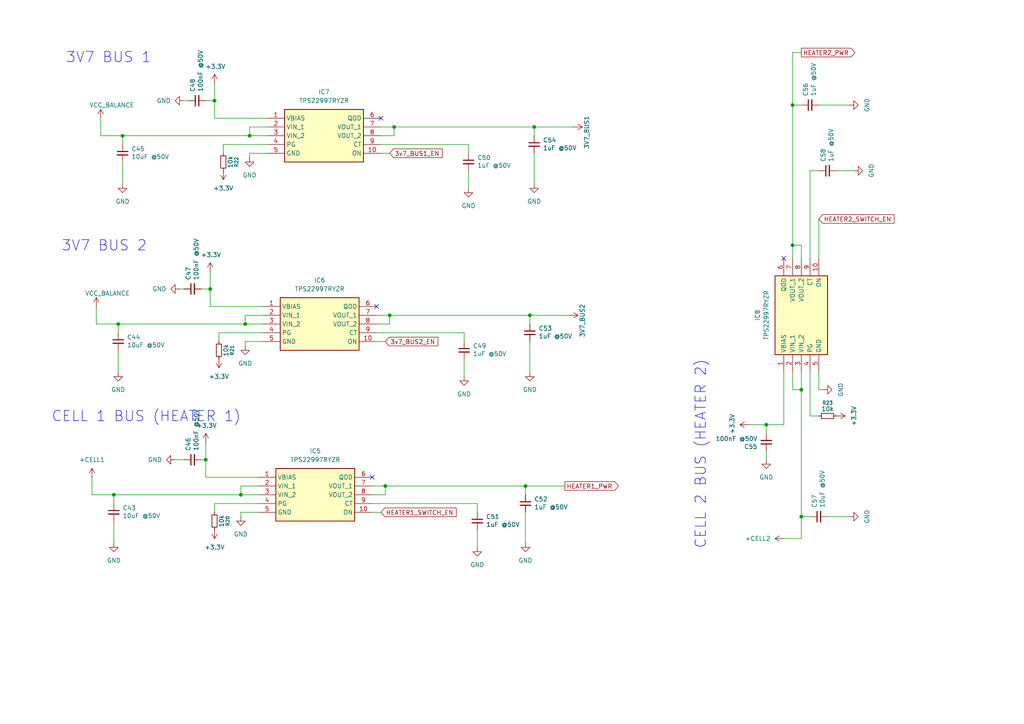
<source format=kicad_sch>
(kicad_sch (version 20250114) (generator "eeschema") (generator_version "9.0")
  (paper "A4")
  (lib_symbols
    (symbol "Device:C_Small" (pin_numbers (hide yes)) (pin_names (offset 0.254) (hide yes))
      (property "Reference" "C" (at 0.254 1.778 0))
      (property "Value" "C_Small" (at 0.254 -2.032 0))
      (symbol "C_Small_0_1"
        (polyline (pts (xy -1.524 0.508) (xy 1.524 0.508)) (stroke (width 0.3048)))
        (polyline (pts (xy -1.524 -0.508) (xy 1.524 -0.508)) (stroke (width 0.3302)))
      )
      (symbol "C_Small_1_1"
        (pin passive line (at 0 2.54 270) (length 2.032) (name "~") (number "1"))
        (pin passive line (at 0 -2.54 90) (length 2.032) (name "~") (number "2"))
      )
    )
    (symbol "Device:R_Small" (pin_numbers (hide yes)) (pin_names (offset 0.254) (hide yes))
      (property "Reference" "R" (at 0 0 90))
      (property "Value" "R_Small" (at 1.778 0 90))
      (symbol "R_Small_0_1"
        (rectangle (start -0.762 1.778) (end 0.762 -1.778) (stroke (width 0.2032)))
      )
      (symbol "R_Small_1_1"
        (pin passive line (at 0 2.54 270) (length 0.762) (name "~") (number "1"))
        (pin passive line (at 0 -2.54 90) (length 0.762) (name "~") (number "2"))
      )
    )
    (symbol "power:+3.3V" (power) (pin_numbers (hide yes)) (pin_names (offset 0) (hide yes))
      (property "Value" "+3.3V" (at 0 3.556 0))
      (symbol "+3.3V_0_1"
        (polyline (pts (xy -0.762 1.27) (xy 0 2.54)))
        (polyline (pts (xy 0 2.54) (xy 0.762 1.27)))
        (polyline (pts (xy 0 0) (xy 0 2.54)))
      )
      (symbol "+3.3V_1_1"
        (pin power_in line (at 0 0 90) (length 0) (name "~") (number "1"))
      )
    )
    (symbol "power:+BATT" (power) (pin_numbers (hide yes)) (pin_names (offset 0) (hide yes))
      (property "Value" "+BATT" (at 0 3.556 0))
      (symbol "+BATT_0_1"
        (polyline (pts (xy -0.762 1.27) (xy 0 2.54)))
        (polyline (pts (xy 0 2.54) (xy 0.762 1.27)))
        (polyline (pts (xy 0 0) (xy 0 2.54)))
      )
      (symbol "+BATT_1_1"
        (pin power_in line (at 0 0 90) (length 0) (name "~") (number "1"))
      )
    )
    (symbol "power:GND1" (power) (pin_numbers (hide yes)) (pin_names (offset 0) (hide yes))
      (property "Value" "GND1" (at 0 -3.81 0))
      (symbol "GND1_0_1"
        (polyline (pts (xy 0 0) (xy 0 -1.27) (xy 1.27 -1.27) (xy 0 -2.54) (xy -1.27 -1.27) (xy 0 -1.27)))
      )
      (symbol "GND1_1_1"
        (pin power_in line (at 0 0 270) (length 0) (name "~") (number "1"))
      )
    )
    (symbol "power:VCC" (power) (pin_numbers (hide yes)) (pin_names (offset 0) (hide yes))
      (property "Value" "VCC" (at 0 3.556 0))
      (symbol "VCC_0_1"
        (polyline (pts (xy -0.762 1.27) (xy 0 2.54)))
        (polyline (pts (xy 0 2.54) (xy 0.762 1.27)))
        (polyline (pts (xy 0 0) (xy 0 2.54)))
      )
      (symbol "VCC_1_1"
        (pin power_in line (at 0 0 90) (length 0) (name "~") (number "1"))
      )
    )
    (symbol "samac_sys:TPS22997RYZR"
      (property "Reference" "IC" (at 29.21 7.62 0))
      (property "Value" "TPS22997RYZR" (at 29.21 5.08 0))
      (symbol "TPS22997RYZR_1_1"
        (rectangle (start 5.08 2.54) (end 27.94 -12.7) (stroke (width 0.254)) (fill (type background)))
        (pin passive line (at 0 0 0) (length 5.08) (name "VBIAS") (number "1"))
        (pin passive line (at 0 -2.54 0) (length 5.08) (name "VIN_1") (number "2"))
        (pin passive line (at 0 -5.08 0) (length 5.08) (name "VIN_2") (number "3"))
        (pin passive line (at 0 -7.62 0) (length 5.08) (name "PG") (number "4"))
        (pin passive line (at 0 -10.16 0) (length 5.08) (name "GND") (number "5"))
        (pin passive line (at 33.02 0 180) (length 5.08) (name "QOD") (number "6"))
        (pin passive line (at 33.02 -2.54 180) (length 5.08) (name "VOUT_1") (number "7"))
        (pin passive line (at 33.02 -5.08 180) (length 5.08) (name "VOUT_2") (number "8"))
        (pin passive line (at 33.02 -7.62 180) (length 5.08) (name "CT") (number "9"))
        (pin passive line (at 33.02 -10.16 180) (length 5.08) (name "ON") (number "10"))
      )
    )
  )
  (text "3V7 BUS 2\n" (at 30.226 71.374 0) (effects (font (size 3 3))))
  (text "CELL 2 BUS (HEATER 2)\n" (at 203.2 131.826 90) (effects (font (size 3 3))))
  (text "CELL 1 BUS (HEATER 1)" (at 42.418 120.904 0) (effects (font (size 3 3))))
  (text "3V7 BUS 1" (at 31.496 16.764 0) (effects (font (size 3 3))))
  (junction (at 72.39 39.37))
  (junction (at 59.69 133.35))
  (junction (at 153.67 91.44))
  (junction (at 113.03 91.44))
  (junction (at 229.87 71.12))
  (junction (at 35.56 39.37))
  (junction (at 229.87 30.48))
  (junction (at 114.3 36.83))
  (junction (at 154.94 36.83))
  (junction (at 33.02 143.51))
  (junction (at 71.12 93.98))
  (junction (at 69.85 143.51))
  (junction (at 152.4 140.97))
  (junction (at 34.29 93.98))
  (junction (at 222.25 123.19))
  (junction (at 232.41 149.86))
  (junction (at 60.96 83.82))
  (junction (at 111.76 140.97))
  (junction (at 62.23 29.21))
  (junction (at 232.41 113.03))
  (no_connect (at 107.95 138.43))
  (no_connect (at 110.49 34.29))
  (no_connect (at 109.22 88.9))
  (no_connect (at 227.33 74.93))
  (wire (pts (xy 232.41 15.24) (xy 229.87 15.24)))
  (wire (pts (xy 222.25 130.81) (xy 222.25 133.35)))
  (wire (pts (xy 229.87 74.93) (xy 229.87 71.12)))
  (wire (pts (xy 110.49 44.45) (xy 113.03 44.45)))
  (wire (pts (xy 71.12 99.06) (xy 71.12 100.33)))
  (wire (pts (xy 111.76 140.97) (xy 111.76 143.51)))
  (wire (pts (xy 29.21 39.37) (xy 35.56 39.37)))
  (wire (pts (xy 72.39 44.45) (xy 72.39 45.72)))
  (wire (pts (xy 62.23 29.21) (xy 62.23 34.29)))
  (wire (pts (xy 237.49 107.95) (xy 237.49 113.03)))
  (wire (pts (xy 107.95 146.05) (xy 138.43 146.05)))
  (wire (pts (xy 77.47 36.83) (xy 72.39 36.83)))
  (wire (pts (xy 72.39 36.83) (xy 72.39 39.37)))
  (wire (pts (xy 135.89 49.53) (xy 135.89 54.61)))
  (wire (pts (xy 134.62 104.14) (xy 134.62 109.22)))
  (wire (pts (xy 237.49 30.48) (xy 246.38 30.48)))
  (wire (pts (xy 62.23 146.05) (xy 62.23 148.59)))
  (wire (pts (xy 217.17 123.19) (xy 222.25 123.19)))
  (wire (pts (xy 227.33 123.19) (xy 227.33 107.95)))
  (wire (pts (xy 34.29 93.98) (xy 71.12 93.98)))
  (wire (pts (xy 60.96 83.82) (xy 60.96 88.9)))
  (wire (pts (xy 229.87 30.48) (xy 232.41 30.48)))
  (wire (pts (xy 52.07 83.82) (xy 53.34 83.82)))
  (wire (pts (xy 229.87 107.95) (xy 229.87 113.03)))
  (wire (pts (xy 35.56 39.37) (xy 72.39 39.37)))
  (wire (pts (xy 134.62 96.52) (xy 134.62 99.06)))
  (wire (pts (xy 62.23 24.13) (xy 62.23 29.21)))
  (wire (pts (xy 234.95 120.65) (xy 237.49 120.65)))
  (wire (pts (xy 64.77 41.91) (xy 77.47 41.91)))
  (wire (pts (xy 77.47 44.45) (xy 72.39 44.45)))
  (wire (pts (xy 229.87 71.12) (xy 232.41 71.12)))
  (wire (pts (xy 154.94 36.83) (xy 154.94 39.37)))
  (wire (pts (xy 113.03 91.44) (xy 113.03 93.98)))
  (wire (pts (xy 114.3 39.37) (xy 110.49 39.37)))
  (wire (pts (xy 50.8 133.35) (xy 53.34 133.35)))
  (wire (pts (xy 76.2 91.44) (xy 71.12 91.44)))
  (wire (pts (xy 240.03 149.86) (xy 246.38 149.86)))
  (wire (pts (xy 113.03 93.98) (xy 109.22 93.98)))
  (wire (pts (xy 232.41 113.03) (xy 232.41 107.95)))
  (wire (pts (xy 58.42 133.35) (xy 59.69 133.35)))
  (wire (pts (xy 76.2 99.06) (xy 71.12 99.06)))
  (wire (pts (xy 69.85 148.59) (xy 69.85 149.86)))
  (wire (pts (xy 34.29 96.52) (xy 34.29 93.98)))
  (wire (pts (xy 222.25 123.19) (xy 227.33 123.19)))
  (wire (pts (xy 154.94 44.45) (xy 154.94 53.34)))
  (wire (pts (xy 33.02 143.51) (xy 69.85 143.51)))
  (wire (pts (xy 27.94 88.9) (xy 27.94 93.98)))
  (wire (pts (xy 63.5 96.52) (xy 76.2 96.52)))
  (wire (pts (xy 62.23 146.05) (xy 74.93 146.05)))
  (wire (pts (xy 232.41 156.21) (xy 232.41 149.86)))
  (wire (pts (xy 113.03 91.44) (xy 153.67 91.44)))
  (wire (pts (xy 59.69 29.21) (xy 62.23 29.21)))
  (wire (pts (xy 152.4 140.97) (xy 152.4 143.51)))
  (wire (pts (xy 62.23 34.29) (xy 77.47 34.29)))
  (wire (pts (xy 35.56 46.99) (xy 35.56 53.34)))
  (wire (pts (xy 232.41 71.12) (xy 232.41 74.93)))
  (wire (pts (xy 152.4 148.59) (xy 152.4 157.48)))
  (wire (pts (xy 33.02 146.05) (xy 33.02 143.51)))
  (wire (pts (xy 59.69 138.43) (xy 74.93 138.43)))
  (wire (pts (xy 109.22 96.52) (xy 134.62 96.52)))
  (wire (pts (xy 59.69 133.35) (xy 59.69 138.43)))
  (wire (pts (xy 29.21 34.29) (xy 29.21 39.37)))
  (wire (pts (xy 114.3 36.83) (xy 114.3 39.37)))
  (wire (pts (xy 109.22 99.06) (xy 111.76 99.06)))
  (wire (pts (xy 63.5 96.52) (xy 63.5 99.06)))
  (wire (pts (xy 69.85 143.51) (xy 74.93 143.51)))
  (wire (pts (xy 237.49 113.03) (xy 238.76 113.03)))
  (wire (pts (xy 109.22 91.44) (xy 113.03 91.44)))
  (wire (pts (xy 74.93 148.59) (xy 69.85 148.59)))
  (wire (pts (xy 111.76 143.51) (xy 107.95 143.51)))
  (wire (pts (xy 72.39 39.37) (xy 77.47 39.37)))
  (wire (pts (xy 35.56 41.91) (xy 35.56 39.37)))
  (wire (pts (xy 59.69 128.27) (xy 59.69 133.35)))
  (wire (pts (xy 227.33 156.21) (xy 232.41 156.21)))
  (wire (pts (xy 110.49 41.91) (xy 135.89 41.91)))
  (wire (pts (xy 53.34 29.21) (xy 54.61 29.21)))
  (wire (pts (xy 154.94 36.83) (xy 166.37 36.83)))
  (wire (pts (xy 27.94 93.98) (xy 34.29 93.98)))
  (wire (pts (xy 135.89 41.91) (xy 135.89 44.45)))
  (wire (pts (xy 237.49 63.5) (xy 237.49 74.93)))
  (wire (pts (xy 71.12 93.98) (xy 76.2 93.98)))
  (wire (pts (xy 234.95 120.65) (xy 234.95 107.95)))
  (wire (pts (xy 60.96 78.74) (xy 60.96 83.82)))
  (wire (pts (xy 64.77 41.91) (xy 64.77 44.45)))
  (wire (pts (xy 74.93 140.97) (xy 69.85 140.97)))
  (wire (pts (xy 232.41 149.86) (xy 232.41 113.03)))
  (wire (pts (xy 26.67 138.43) (xy 26.67 143.51)))
  (wire (pts (xy 34.29 101.6) (xy 34.29 107.95)))
  (wire (pts (xy 138.43 146.05) (xy 138.43 148.59)))
  (wire (pts (xy 107.95 140.97) (xy 111.76 140.97)))
  (wire (pts (xy 110.49 36.83) (xy 114.3 36.83)))
  (wire (pts (xy 234.95 149.86) (xy 232.41 149.86)))
  (wire (pts (xy 111.76 140.97) (xy 152.4 140.97)))
  (wire (pts (xy 234.95 49.53) (xy 237.49 49.53)))
  (wire (pts (xy 58.42 83.82) (xy 60.96 83.82)))
  (wire (pts (xy 114.3 36.83) (xy 154.94 36.83)))
  (wire (pts (xy 229.87 71.12) (xy 229.87 30.48)))
  (wire (pts (xy 107.95 148.59) (xy 110.49 148.59)))
  (wire (pts (xy 69.85 140.97) (xy 69.85 143.51)))
  (wire (pts (xy 33.02 151.13) (xy 33.02 157.48)))
  (wire (pts (xy 153.67 99.06) (xy 153.67 107.95)))
  (wire (pts (xy 153.67 91.44) (xy 165.1 91.44)))
  (wire (pts (xy 242.57 49.53) (xy 247.65 49.53)))
  (wire (pts (xy 71.12 91.44) (xy 71.12 93.98)))
  (wire (pts (xy 222.25 125.73) (xy 222.25 123.19)))
  (wire (pts (xy 26.67 143.51) (xy 33.02 143.51)))
  (wire (pts (xy 229.87 15.24) (xy 229.87 30.48)))
  (wire (pts (xy 153.67 91.44) (xy 153.67 93.98)))
  (wire (pts (xy 152.4 140.97) (xy 163.83 140.97)))
  (wire (pts (xy 229.87 113.03) (xy 232.41 113.03)))
  (wire (pts (xy 138.43 153.67) (xy 138.43 158.75)))
  (wire (pts (xy 234.95 74.93) (xy 234.95 49.53)))
  (wire (pts (xy 60.96 88.9) (xy 76.2 88.9)))
  (global_label "HEATER2_SWITCH_EN" (shape input) (at 237.49 63.5 0) (property "Intersheetrefs" "${INTERSHEET_REFS}" (effects (hide yes))))
  (global_label "HEATER1_PWR" (shape output) (at 163.83 140.97 0) (property "Intersheetrefs" "${INTERSHEET_REFS}" (effects (hide yes))))
  (global_label "3v7_BUS1_EN" (shape input) (at 113.03 44.45 0) (property "Intersheetrefs" "${INTERSHEET_REFS}" (effects (hide yes))))
  (global_label "HEATER2_PWR" (shape output) (at 232.41 15.24 0) (property "Intersheetrefs" "${INTERSHEET_REFS}" (effects (hide yes))))
  (global_label "3v7_BUS2_EN" (shape input) (at 111.76 99.06 0) (property "Intersheetrefs" "${INTERSHEET_REFS}" (effects (hide yes))))
  (global_label "HEATER1_SWITCH_EN" (shape input) (at 110.49 148.59 0) (property "Intersheetrefs" "${INTERSHEET_REFS}" (effects (hide yes))))
  (symbol (lib_id "Device:C_Small") (at 134.62 101.6 0) (unit 1)
    (property "Reference" "C49" (at 137.16 100.3362 0) (effects (justify left)))
    (property "Value" "1uF @50V" (at 137.16 102.616 0) (effects (justify left)))
    (property "Footprint" "Capacitor_SMD:C_0805_2012Metric_Pad1.18x1.45mm_HandSolder" (effects (hide yes)))
    (property "Datasheet" "GRT21BR71H105KE01K" (effects (hide yes)))
    (property "Description" "Unpolarized capacitor, small symbol" (effects (hide yes)))
  )
  (symbol (lib_id "power:+3.3V") (at 59.69 128.27 0) (unit 1)
    (property "Reference" "#PWR094" (effects (hide yes)))
    (property "Value" "+3.3V" (at 59.944 123.444 0))
    (property "Description" "Power symbol creates a global label with name \"+3.3V\"" (effects (hide yes)))
  )
  (symbol (lib_id "Device:C_Small") (at 33.02 148.59 0) (unit 1)
    (property "Reference" "C43" (at 35.56 147.3262 0) (effects (justify left)))
    (property "Value" "10uF @50V" (at 35.56 149.606 0) (effects (justify left)))
    (property "Footprint" "Capacitor_SMD:C_1210_3225Metric_Pad1.33x2.70mm_HandSolder" (effects (hide yes)))
    (property "Datasheet" "GRM32EC72A106KE05L" (effects (hide yes)))
    (property "Description" "Unpolarized capacitor, small symbol" (effects (hide yes)))
  )
  (symbol (lib_id "power:GND1") (at 72.39 45.72 0) (unit 1)
    (property "Reference" "#PWR0102" (effects (hide yes)))
    (property "Value" "GND" (at 72.39 50.8 0))
    (property "Description" "Power symbol creates a global label with name \"GND1\" , ground" (effects (hide yes)))
  )
  (symbol (lib_id "samac_sys:TPS22997RYZR") (at 76.2 88.9 0) (unit 1)
    (property "Reference" "IC6" (at 92.71 81.28 0))
    (property "Value" "TPS22997RYZR" (at 92.71 83.82 0))
    (property "Footprint" "samac_sys:TPS22997RYZR" (effects (hide yes)))
    (property "Datasheet" "https://www.ti.com/lit/gpn/tps22997?HQS=ti-null-null-sf-df-pf-sep-wwe&DCM=yes?hkey=EF798316E3902B6ED9A73243A3159BB0" (effects (hide yes)))
    (property "Description" "TPS22997 5.5-V, 10-A, 4-m On-Resistance Load Switch with Adjustable Rise Time" (effects (hide yes)))
    (property "Height" "0.8" (effects (hide yes)))
    (property "Mouser Part Number" "595-TPS22997RYZR" (effects (hide yes)))
    (property "Mouser Price/Stock" "https://www.mouser.co.uk/ProductDetail/Texas-Instruments/TPS22997RYZR?qs=amGC7iS6iy986RqKkXLlig%3D%3D" (effects (hide yes)))
    (property "Manufacturer_Name" "Texas Instruments" (effects (hide yes)))
    (property "Manufacturer_Part_Number" "TPS22997RYZR" (effects (hide yes)))
  )
  (symbol (lib_id "power:+3.3V") (at 242.57 120.65 270) (unit 1)
    (property "Reference" "#PWR0118" (effects (hide yes)))
    (property "Value" "+3.3V" (at 247.65 120.65 0))
    (property "Description" "Power symbol creates a global label with name \"+3.3V\"" (effects (hide yes)))
  )
  (symbol (lib_id "power:+3.3V") (at 64.77 49.53 180) (unit 1)
    (property "Reference" "#PWR099" (effects (hide yes)))
    (property "Value" "+3.3V" (at 64.77 54.61 0))
    (property "Description" "Power symbol creates a global label with name \"+3.3V\"" (effects (hide yes)))
  )
  (symbol (lib_id "power:VCC") (at 165.1 91.44 270) (unit 1)
    (property "Reference" "#PWR0110" (effects (hide yes)))
    (property "Value" "3V7_BUS2" (at 168.91 88.138 0) (effects (justify left)))
    (property "Description" "Power symbol creates a global label with name \"VCC\"" (effects (hide yes)))
  )
  (symbol (lib_id "Device:C_Small") (at 240.03 49.53 90) (unit 1)
    (property "Reference" "C58" (at 238.7662 46.99 0) (effects (justify left)))
    (property "Value" "1uF @50V" (at 241.046 46.99 0) (effects (justify left)))
    (property "Footprint" "Capacitor_SMD:C_0805_2012Metric_Pad1.18x1.45mm_HandSolder" (effects (hide yes)))
    (property "Datasheet" "GRT21BR71H105KE01K" (effects (hide yes)))
    (property "Description" "Unpolarized capacitor, small symbol" (effects (hide yes)))
  )
  (symbol (lib_id "power:+3.3V") (at 62.23 24.13 0) (unit 1)
    (property "Reference" "#PWR096" (effects (hide yes)))
    (property "Value" "+3.3V" (at 62.484 19.304 0))
    (property "Description" "Power symbol creates a global label with name \"+3.3V\"" (effects (hide yes)))
  )
  (symbol (lib_id "power:+BATT") (at 26.67 138.43 0) (unit 1)
    (property "Reference" "#PWR054" (effects (hide yes)))
    (property "Value" "+CELL1" (at 26.67 133.35 0))
    (property "Description" "Power symbol creates a global label with name \"+BATT\"" (effects (hide yes)))
  )
  (symbol (lib_id "power:VCC") (at 27.94 88.9 0) (unit 1)
    (property "Reference" "#PWR01" (effects (hide yes)))
    (property "Value" "VCC_BALANCE" (at 24.638 85.09 0) (effects (justify left)))
    (property "Description" "Power symbol creates a global label with name \"VCC\"" (effects (hide yes)))
  )
  (symbol (lib_id "power:GND1") (at 35.56 53.34 0) (unit 1)
    (property "Reference" "#PWR093" (effects (hide yes)))
    (property "Value" "GND" (at 35.56 58.42 0))
    (property "Description" "Power symbol creates a global label with name \"GND1\" , ground" (effects (hide yes)))
  )
  (symbol (lib_id "Device:C_Small") (at 152.4 146.05 0) (unit 1)
    (property "Reference" "C52" (at 154.94 144.7862 0) (effects (justify left)))
    (property "Value" "1uF @50V" (at 154.94 147.066 0) (effects (justify left)))
    (property "Footprint" "Capacitor_SMD:C_0805_2012Metric_Pad1.18x1.45mm_HandSolder" (effects (hide yes)))
    (property "Datasheet" "GRT21BR71H105KE01K" (effects (hide yes)))
    (property "Description" "Unpolarized capacitor, small symbol" (effects (hide yes)))
  )
  (symbol (lib_id "Device:C_Small") (at 57.15 29.21 90) (unit 1)
    (property "Reference" "C48" (at 55.8862 26.67 0) (effects (justify left)))
    (property "Value" "100nF @50V" (at 58.166 26.67 0) (effects (justify left)))
    (property "Footprint" "Capacitor_SMD:C_0402_1005Metric_Pad0.74x0.62mm_HandSolder" (effects (hide yes)))
    (property "Datasheet" "GRM155R61H104KE19J" (effects (hide yes)))
    (property "Description" "Unpolarized capacitor, small symbol" (effects (hide yes)))
  )
  (symbol (lib_id "power:GND1") (at 34.29 107.95 0) (unit 1)
    (property "Reference" "#PWR034" (effects (hide yes)))
    (property "Value" "GND" (at 34.29 113.03 0))
    (property "Description" "Power symbol creates a global label with name \"GND1\" , ground" (effects (hide yes)))
  )
  (symbol (lib_id "Device:R_Small") (at 240.03 120.65 270) (unit 1)
    (property "Reference" "R23" (at 240.03 116.84 90) (effects (font (size 1.016 1.016))))
    (property "Value" "10k" (at 240.03 118.618 90))
    (property "Footprint" "Resistor_SMD:R_0402_1005Metric_Pad0.72x0.64mm_HandSolder" (effects (hide yes)))
    (property "Datasheet" "CRCW040210K0FKED" (effects (hide yes)))
    (property "Description" "Resistor, small symbol" (effects (hide yes)))
  )
  (symbol (lib_id "power:GND1") (at 238.76 113.03 90) (unit 1)
    (property "Reference" "#PWR0116" (effects (hide yes)))
    (property "Value" "GND" (at 243.84 113.03 0))
    (property "Description" "Power symbol creates a global label with name \"GND1\" , ground" (effects (hide yes)))
  )
  (symbol (lib_id "Device:R_Small") (at 63.5 101.6 180) (unit 1)
    (property "Reference" "R21" (at 67.31 101.6 90) (effects (font (size 1.016 1.016))))
    (property "Value" "10k" (at 65.532 101.6 90))
    (property "Footprint" "Resistor_SMD:R_0402_1005Metric_Pad0.72x0.64mm_HandSolder" (effects (hide yes)))
    (property "Datasheet" "CRCW040210K0FKED" (effects (hide yes)))
    (property "Description" "Resistor, small symbol" (effects (hide yes)))
  )
  (symbol (lib_id "power:GND1") (at 138.43 158.75 0) (unit 1)
    (property "Reference" "#PWR0105" (effects (hide yes)))
    (property "Value" "GND" (at 138.43 163.83 0))
    (property "Description" "Power symbol creates a global label with name \"GND1\" , ground" (effects (hide yes)))
  )
  (symbol (lib_id "Device:C_Small") (at 55.88 133.35 90) (unit 1)
    (property "Reference" "C46" (at 54.6162 130.81 0) (effects (justify left)))
    (property "Value" "100nF @50V" (at 56.896 130.81 0) (effects (justify left)))
    (property "Footprint" "Capacitor_SMD:C_0402_1005Metric_Pad0.74x0.62mm_HandSolder" (effects (hide yes)))
    (property "Datasheet" "GRM155R61H104KE19J" (effects (hide yes)))
    (property "Description" "Unpolarized capacitor, small symbol" (effects (hide yes)))
  )
  (symbol (lib_id "Device:C_Small") (at 55.88 83.82 90) (unit 1)
    (property "Reference" "C47" (at 54.6162 81.28 0) (effects (justify left)))
    (property "Value" "100nF @50V" (at 56.896 81.28 0) (effects (justify left)))
    (property "Footprint" "Capacitor_SMD:C_0402_1005Metric_Pad0.74x0.62mm_HandSolder" (effects (hide yes)))
    (property "Datasheet" "GRM155R61H104KE19J" (effects (hide yes)))
    (property "Description" "Unpolarized capacitor, small symbol" (effects (hide yes)))
  )
  (symbol (lib_id "power:GND1") (at 33.02 157.48 0) (unit 1)
    (property "Reference" "#PWR033" (effects (hide yes)))
    (property "Value" "GND" (at 33.02 162.56 0))
    (property "Description" "Power symbol creates a global label with name \"GND1\" , ground" (effects (hide yes)))
  )
  (symbol (lib_id "power:GND1") (at 247.65 49.53 90) (unit 1)
    (property "Reference" "#PWR0127" (effects (hide yes)))
    (property "Value" "GND" (at 252.73 49.53 0))
    (property "Description" "Power symbol creates a global label with name \"GND1\" , ground" (effects (hide yes)))
  )
  (symbol (lib_id "power:GND1") (at 153.67 107.95 0) (unit 1)
    (property "Reference" "#PWR0107" (effects (hide yes)))
    (property "Value" "GND" (at 153.67 113.03 0))
    (property "Description" "Power symbol creates a global label with name \"GND1\" , ground" (effects (hide yes)))
  )
  (symbol (lib_id "power:GND1") (at 71.12 100.33 0) (unit 1)
    (property "Reference" "#PWR0101" (effects (hide yes)))
    (property "Value" "GND" (at 71.12 105.41 0))
    (property "Description" "Power symbol creates a global label with name \"GND1\" , ground" (effects (hide yes)))
  )
  (symbol (lib_id "power:GND1") (at 246.38 149.86 90) (unit 1)
    (property "Reference" "#PWR0126" (effects (hide yes)))
    (property "Value" "GND" (at 251.46 149.86 0))
    (property "Description" "Power symbol creates a global label with name \"GND1\" , ground" (effects (hide yes)))
  )
  (symbol (lib_id "power:VCC") (at 29.21 34.29 0) (unit 1)
    (property "Reference" "#PWR03" (effects (hide yes)))
    (property "Value" "VCC_BALANCE" (at 25.908 30.48 0) (effects (justify left)))
    (property "Description" "Power symbol creates a global label with name \"VCC\"" (effects (hide yes)))
  )
  (symbol (lib_id "power:GND1") (at 53.34 29.21 270) (unit 1)
    (property "Reference" "#PWR0128" (effects (hide yes)))
    (property "Value" "GND" (at 49.53 29.2099 90) (effects (justify right)))
    (property "Description" "Power symbol creates a global label with name \"GND1\" , ground" (effects (hide yes)))
  )
  (symbol (lib_id "power:+3.3V") (at 60.96 78.74 0) (unit 1)
    (property "Reference" "#PWR095" (effects (hide yes)))
    (property "Value" "+3.3V" (at 61.214 73.914 0))
    (property "Description" "Power symbol creates a global label with name \"+3.3V\"" (effects (hide yes)))
  )
  (symbol (lib_id "power:GND1") (at 246.38 30.48 90) (unit 1)
    (property "Reference" "#PWR0119" (effects (hide yes)))
    (property "Value" "GND" (at 251.46 30.48 0))
    (property "Description" "Power symbol creates a global label with name \"GND1\" , ground" (effects (hide yes)))
  )
  (symbol (lib_id "Device:C_Small") (at 234.95 30.48 90) (unit 1)
    (property "Reference" "C56" (at 233.6862 27.94 0) (effects (justify left)))
    (property "Value" "1uF @50V" (at 235.966 27.94 0) (effects (justify left)))
    (property "Footprint" "Capacitor_SMD:C_0805_2012Metric_Pad1.18x1.45mm_HandSolder" (effects (hide yes)))
    (property "Datasheet" "GRT21BR71H105KE01K" (effects (hide yes)))
    (property "Description" "Unpolarized capacitor, small symbol" (effects (hide yes)))
  )
  (symbol (lib_id "Device:C_Small") (at 135.89 46.99 0) (unit 1)
    (property "Reference" "C50" (at 138.43 45.7262 0) (effects (justify left)))
    (property "Value" "1uF @50V" (at 138.43 48.006 0) (effects (justify left)))
    (property "Footprint" "Capacitor_SMD:C_0805_2012Metric_Pad1.18x1.45mm_HandSolder" (effects (hide yes)))
    (property "Datasheet" "GRT21BR71H105KE01K" (effects (hide yes)))
    (property "Description" "Unpolarized capacitor, small symbol" (effects (hide yes)))
  )
  (symbol (lib_id "power:GND1") (at 222.25 133.35 0) (unit 1)
    (property "Reference" "#PWR0131" (effects (hide yes)))
    (property "Value" "GND" (at 222.25 138.43 0))
    (property "Description" "Power symbol creates a global label with name \"GND1\" , ground" (effects (hide yes)))
  )
  (symbol (lib_id "Device:R_Small") (at 62.23 151.13 180) (unit 1)
    (property "Reference" "R20" (at 66.04 151.13 90) (effects (font (size 1.016 1.016))))
    (property "Value" "10k" (at 64.262 151.13 90))
    (property "Footprint" "Resistor_SMD:R_0402_1005Metric_Pad0.72x0.64mm_HandSolder" (effects (hide yes)))
    (property "Datasheet" "CRCW040210K0FKED" (effects (hide yes)))
    (property "Description" "Resistor, small symbol" (effects (hide yes)))
  )
  (symbol (lib_id "power:GND1") (at 50.8 133.35 270) (unit 1)
    (property "Reference" "#PWR0130" (effects (hide yes)))
    (property "Value" "GND" (at 46.99 133.3499 90) (effects (justify right)))
    (property "Description" "Power symbol creates a global label with name \"GND1\" , ground" (effects (hide yes)))
  )
  (symbol (lib_id "Device:C_Small") (at 138.43 151.13 0) (unit 1)
    (property "Reference" "C51" (at 140.97 149.8662 0) (effects (justify left)))
    (property "Value" "1uF @50V" (at 140.97 152.146 0) (effects (justify left)))
    (property "Footprint" "Capacitor_SMD:C_0805_2012Metric_Pad1.18x1.45mm_HandSolder" (effects (hide yes)))
    (property "Datasheet" "GRT21BR71H105KE01K" (effects (hide yes)))
    (property "Description" "Unpolarized capacitor, small symbol" (effects (hide yes)))
  )
  (symbol (lib_id "power:GND1") (at 134.62 109.22 0) (unit 1)
    (property "Reference" "#PWR0103" (effects (hide yes)))
    (property "Value" "GND" (at 134.62 114.3 0))
    (property "Description" "Power symbol creates a global label with name \"GND1\" , ground" (effects (hide yes)))
  )
  (symbol (lib_id "power:+BATT") (at 227.33 156.21 90) (unit 1)
    (property "Reference" "#PWR055" (effects (hide yes)))
    (property "Value" "+CELL2" (at 223.52 156.2099 90) (effects (justify left)))
    (property "Description" "Power symbol creates a global label with name \"+BATT\"" (effects (hide yes)))
  )
  (symbol (lib_id "Device:C_Small") (at 153.67 96.52 0) (unit 1)
    (property "Reference" "C53" (at 156.21 95.2562 0) (effects (justify left)))
    (property "Value" "1uF @50V" (at 156.21 97.536 0) (effects (justify left)))
    (property "Footprint" "Capacitor_SMD:C_0805_2012Metric_Pad1.18x1.45mm_HandSolder" (effects (hide yes)))
    (property "Datasheet" "GRT21BR71H105KE01K" (effects (hide yes)))
    (property "Description" "Unpolarized capacitor, small symbol" (effects (hide yes)))
  )
  (symbol (lib_id "samac_sys:TPS22997RYZR") (at 74.93 138.43 0) (unit 1)
    (property "Reference" "IC5" (at 91.44 130.81 0))
    (property "Value" "TPS22997RYZR" (at 91.44 133.35 0))
    (property "Footprint" "samac_sys:TPS22997RYZR" (effects (hide yes)))
    (property "Datasheet" "https://www.ti.com/lit/gpn/tps22997?HQS=ti-null-null-sf-df-pf-sep-wwe&DCM=yes?hkey=EF798316E3902B6ED9A73243A3159BB0" (effects (hide yes)))
    (property "Description" "TPS22997 5.5-V, 10-A, 4-m On-Resistance Load Switch with Adjustable Rise Time" (effects (hide yes)))
    (property "Height" "0.8" (effects (hide yes)))
    (property "Mouser Part Number" "595-TPS22997RYZR" (effects (hide yes)))
    (property "Mouser Price/Stock" "https://www.mouser.co.uk/ProductDetail/Texas-Instruments/TPS22997RYZR?qs=amGC7iS6iy986RqKkXLlig%3D%3D" (effects (hide yes)))
    (property "Manufacturer_Name" "Texas Instruments" (effects (hide yes)))
    (property "Manufacturer_Part_Number" "TPS22997RYZR" (effects (hide yes)))
  )
  (symbol (lib_id "samac_sys:TPS22997RYZR") (at 227.33 107.95 90) (unit 1)
    (property "Reference" "IC8" (at 219.71 91.44 0))
    (property "Value" "TPS22997RYZR" (at 222.25 91.44 0))
    (property "Footprint" "samac_sys:TPS22997RYZR" (effects (hide yes)))
    (property "Datasheet" "https://www.ti.com/lit/gpn/tps22997?HQS=ti-null-null-sf-df-pf-sep-wwe&DCM=yes?hkey=EF798316E3902B6ED9A73243A3159BB0" (effects (hide yes)))
    (property "Description" "TPS22997 5.5-V, 10-A, 4-m On-Resistance Load Switch with Adjustable Rise Time" (effects (hide yes)))
    (property "Height" "0.8" (effects (hide yes)))
    (property "Mouser Part Number" "595-TPS22997RYZR" (effects (hide yes)))
    (property "Mouser Price/Stock" "https://www.mouser.co.uk/ProductDetail/Texas-Instruments/TPS22997RYZR?qs=amGC7iS6iy986RqKkXLlig%3D%3D" (effects (hide yes)))
    (property "Manufacturer_Name" "Texas Instruments" (effects (hide yes)))
    (property "Manufacturer_Part_Number" "TPS22997RYZR" (effects (hide yes)))
  )
  (symbol (lib_id "Device:R_Small") (at 64.77 46.99 180) (unit 1)
    (property "Reference" "R22" (at 68.58 46.99 90) (effects (font (size 1.016 1.016))))
    (property "Value" "10k" (at 66.802 46.99 90))
    (property "Footprint" "Resistor_SMD:R_0402_1005Metric_Pad0.72x0.64mm_HandSolder" (effects (hide yes)))
    (property "Datasheet" "CRCW040210K0FKED" (effects (hide yes)))
    (property "Description" "Resistor, small symbol" (effects (hide yes)))
  )
  (symbol (lib_id "power:+3.3V") (at 62.23 153.67 180) (unit 1)
    (property "Reference" "#PWR097" (effects (hide yes)))
    (property "Value" "+3.3V" (at 62.23 158.75 0))
    (property "Description" "Power symbol creates a global label with name \"+3.3V\"" (effects (hide yes)))
  )
  (symbol (lib_id "Device:C_Small") (at 34.29 99.06 0) (unit 1)
    (property "Reference" "C44" (at 36.83 97.7962 0) (effects (justify left)))
    (property "Value" "10uF @50V" (at 36.83 100.076 0) (effects (justify left)))
    (property "Footprint" "Capacitor_SMD:C_1210_3225Metric_Pad1.33x2.70mm_HandSolder" (effects (hide yes)))
    (property "Datasheet" "GRM32EC72A106KE05L" (effects (hide yes)))
    (property "Description" "Unpolarized capacitor, small symbol" (effects (hide yes)))
  )
  (symbol (lib_id "power:+3.3V") (at 217.17 123.19 90) (unit 1)
    (property "Reference" "#PWR0114" (effects (hide yes)))
    (property "Value" "+3.3V" (at 212.344 122.936 0))
    (property "Description" "Power symbol creates a global label with name \"+3.3V\"" (effects (hide yes)))
  )
  (symbol (lib_id "power:GND1") (at 52.07 83.82 270) (unit 1)
    (property "Reference" "#PWR0129" (effects (hide yes)))
    (property "Value" "GND" (at 48.26 83.8199 90) (effects (justify right)))
    (property "Description" "Power symbol creates a global label with name \"GND1\" , ground" (effects (hide yes)))
  )
  (symbol (lib_id "Device:C_Small") (at 154.94 41.91 0) (unit 1)
    (property "Reference" "C54" (at 157.48 40.6462 0) (effects (justify left)))
    (property "Value" "1uF @50V" (at 157.48 42.926 0) (effects (justify left)))
    (property "Footprint" "Capacitor_SMD:C_0805_2012Metric_Pad1.18x1.45mm_HandSolder" (effects (hide yes)))
    (property "Datasheet" "GRT21BR71H105KE01K" (effects (hide yes)))
    (property "Description" "Unpolarized capacitor, small symbol" (effects (hide yes)))
  )
  (symbol (lib_id "power:GND1") (at 135.89 54.61 0) (unit 1)
    (property "Reference" "#PWR0104" (effects (hide yes)))
    (property "Value" "GND" (at 135.89 59.69 0))
    (property "Description" "Power symbol creates a global label with name \"GND1\" , ground" (effects (hide yes)))
  )
  (symbol (lib_id "samac_sys:TPS22997RYZR") (at 77.47 34.29 0) (unit 1)
    (property "Reference" "IC7" (at 93.98 26.67 0))
    (property "Value" "TPS22997RYZR" (at 93.98 29.21 0))
    (property "Footprint" "samac_sys:TPS22997RYZR" (effects (hide yes)))
    (property "Datasheet" "https://www.ti.com/lit/gpn/tps22997?HQS=ti-null-null-sf-df-pf-sep-wwe&DCM=yes?hkey=EF798316E3902B6ED9A73243A3159BB0" (effects (hide yes)))
    (property "Description" "TPS22997 5.5-V, 10-A, 4-m On-Resistance Load Switch with Adjustable Rise Time" (effects (hide yes)))
    (property "Height" "0.8" (effects (hide yes)))
    (property "Mouser Part Number" "595-TPS22997RYZR" (effects (hide yes)))
    (property "Mouser Price/Stock" "https://www.mouser.co.uk/ProductDetail/Texas-Instruments/TPS22997RYZR?qs=amGC7iS6iy986RqKkXLlig%3D%3D" (effects (hide yes)))
    (property "Manufacturer_Name" "Texas Instruments" (effects (hide yes)))
    (property "Manufacturer_Part_Number" "TPS22997RYZR" (effects (hide yes)))
  )
  (symbol (lib_id "power:VCC") (at 166.37 36.83 270) (unit 1)
    (property "Reference" "#PWR0113" (effects (hide yes)))
    (property "Value" "3V7_BUS1" (at 170.18 33.528 0) (effects (justify left)))
    (property "Description" "Power symbol creates a global label with name \"VCC\"" (effects (hide yes)))
  )
  (symbol (lib_id "power:GND1") (at 154.94 53.34 0) (unit 1)
    (property "Reference" "#PWR0108" (effects (hide yes)))
    (property "Value" "GND" (at 154.94 58.42 0))
    (property "Description" "Power symbol creates a global label with name \"GND1\" , ground" (effects (hide yes)))
  )
  (symbol (lib_id "power:+3.3V") (at 63.5 104.14 180) (unit 1)
    (property "Reference" "#PWR098" (effects (hide yes)))
    (property "Value" "+3.3V" (at 63.5 109.22 0))
    (property "Description" "Power symbol creates a global label with name \"+3.3V\"" (effects (hide yes)))
  )
  (symbol (lib_id "power:GND1") (at 69.85 149.86 0) (unit 1)
    (property "Reference" "#PWR0100" (effects (hide yes)))
    (property "Value" "GND" (at 69.85 154.94 0))
    (property "Description" "Power symbol creates a global label with name \"GND1\" , ground" (effects (hide yes)))
  )
  (symbol (lib_id "Device:C_Small") (at 237.49 149.86 90) (unit 1)
    (property "Reference" "C57" (at 236.2262 147.32 0) (effects (justify left)))
    (property "Value" "10uF @50V" (at 238.506 147.32 0) (effects (justify left)))
    (property "Footprint" "Capacitor_SMD:C_1210_3225Metric_Pad1.33x2.70mm_HandSolder" (effects (hide yes)))
    (property "Datasheet" "GRM32EC72A106KE05L" (effects (hide yes)))
    (property "Description" "Unpolarized capacitor, small symbol" (effects (hide yes)))
  )
  (symbol (lib_id "Device:C_Small") (at 35.56 44.45 0) (unit 1)
    (property "Reference" "C45" (at 38.1 43.1862 0) (effects (justify left)))
    (property "Value" "10uF @50V" (at 38.1 45.466 0) (effects (justify left)))
    (property "Footprint" "Capacitor_SMD:C_1210_3225Metric_Pad1.33x2.70mm_HandSolder" (effects (hide yes)))
    (property "Datasheet" "GRM32EC72A106KE05L" (effects (hide yes)))
    (property "Description" "Unpolarized capacitor, small symbol" (effects (hide yes)))
  )
  (symbol (lib_id "Device:C_Small") (at 222.25 128.27 180) (unit 1)
    (property "Reference" "C55" (at 219.71 129.5338 0) (effects (justify left)))
    (property "Value" "100nF @50V" (at 219.71 127.254 0) (effects (justify left)))
    (property "Footprint" "Capacitor_SMD:C_0402_1005Metric_Pad0.74x0.62mm_HandSolder" (effects (hide yes)))
    (property "Datasheet" "GRM155R61H104KE19J" (effects (hide yes)))
    (property "Description" "Unpolarized capacitor, small symbol" (effects (hide yes)))
  )
  (symbol (lib_id "power:GND1") (at 152.4 157.48 0) (unit 1)
    (property "Reference" "#PWR0106" (effects (hide yes)))
    (property "Value" "GND" (at 152.4 162.56 0))
    (property "Description" "Power symbol creates a global label with name \"GND1\" , ground" (effects (hide yes)))
  )
)
</source>
